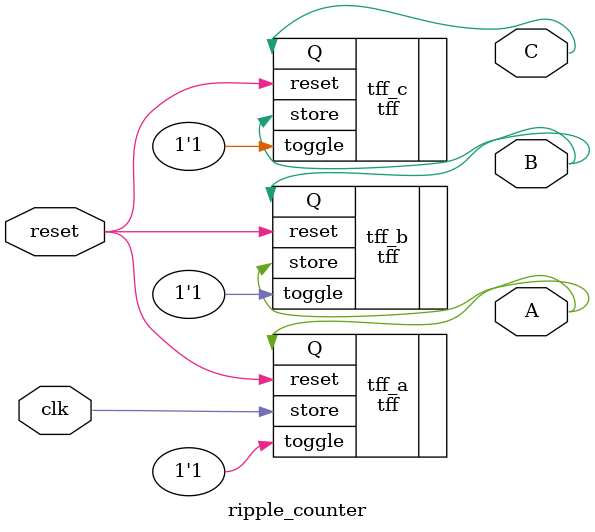
<source format=v>
module top(
    input btnC, btnU,
    output [6:0] led
);

    ripple_counter rc(
        .clk(btnC),
        .reset(btnU),
        .A(led[0]),
        .B(led[1]),
        .C(led[2])
    );
    
    mod_counter mc(
        .clk(btnC),
        .counter_reset(btnU),
        .enable(1'b1),
        .count(led[5:3]),
        .Q(led[6])
    );
    
endmodule

// ripple counter
module ripple_counter(
    input clk, reset,
    output A, B, C
);

    tff tff_a(
        .toggle(1'b1),
        .reset(reset),
        .store(clk),
        .Q(A)
    );
    
    tff tff_b(
        .toggle(1'b1),
        .reset(reset),
        .store(A),
        .Q(B)
    );
    
    tff tff_c(
        .toggle(1'b1),
        .reset(reset),
        .store(B),
        .Q(C)
    );

endmodule
</source>
